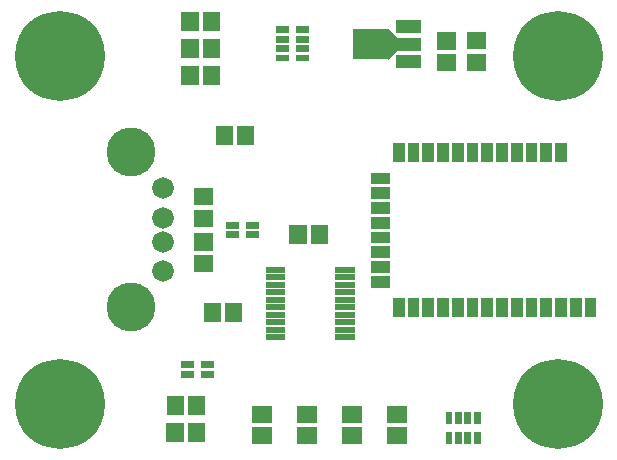
<source format=gbr>
G04 start of page 6 for group -4063 idx -4063 *
G04 Title: (unknown), componentmask *
G04 Creator: pcb 20140316 *
G04 CreationDate: Sun 30 Dec 2018 07:44:10 PM GMT UTC *
G04 For: railfan *
G04 Format: Gerber/RS-274X *
G04 PCB-Dimensions (mil): 2000.00 1500.00 *
G04 PCB-Coordinate-Origin: lower left *
%MOIN*%
%FSLAX25Y25*%
%LNTOPMASK*%
%ADD54C,0.0001*%
%ADD53R,0.1005X0.1005*%
%ADD52R,0.0438X0.0438*%
%ADD51R,0.0390X0.0390*%
%ADD50R,0.0190X0.0190*%
%ADD49R,0.0227X0.0227*%
%ADD48R,0.0572X0.0572*%
%ADD47C,0.0720*%
%ADD46C,0.1630*%
%ADD45C,0.2997*%
G54D45*X17000Y17000D03*
G54D46*X40700Y49200D03*
G54D47*X51400Y71100D03*
Y61300D03*
G54D45*X183000Y133000D03*
Y17000D03*
X17000Y133000D03*
G54D46*X40700Y100900D03*
G54D47*X51400Y79100D03*
Y88900D03*
G54D48*X64521Y79000D02*X65307D01*
X64521Y86086D02*X65307D01*
X64607Y71043D02*X65393D01*
X64607Y63957D02*X65393D01*
G54D49*X73717Y76575D02*X75587D01*
X73717Y73425D02*X75587D01*
X80413D02*X82283D01*
X80413Y76575D02*X82283D01*
G54D48*X67957Y47893D02*Y47107D01*
X75043Y47893D02*Y47107D01*
G54D49*X65413Y26925D02*X67283D01*
X65413Y30075D02*X67283D01*
X58717D02*X60587D01*
X58717Y26925D02*X60587D01*
X146776Y6587D02*Y4717D01*
X149925Y6587D02*Y4717D01*
X153075Y6587D02*Y4717D01*
X156224Y6587D02*Y4717D01*
Y13283D02*Y11413D01*
X153075Y13283D02*Y11413D01*
X149925Y13283D02*Y11413D01*
X146776Y13283D02*Y11413D01*
G54D48*X129107Y13543D02*X129893D01*
X114107D02*X114893D01*
X99107D02*X99893D01*
X84107D02*X84893D01*
X129107Y6457D02*X129893D01*
X114107D02*X114893D01*
X99107D02*X99893D01*
X84107D02*X84893D01*
X55457Y7893D02*Y7107D01*
X62543Y7893D02*Y7107D01*
X55500Y16893D02*Y16107D01*
X62586Y16893D02*Y16107D01*
X96457Y73893D02*Y73107D01*
X103543Y73893D02*Y73107D01*
G54D50*X109811Y39250D02*X114417D01*
X109811Y41750D02*X114417D01*
X109811Y44250D02*X114417D01*
X109811Y46750D02*X114417D01*
X109811Y49250D02*X114417D01*
X109811Y51750D02*X114417D01*
X109811Y54250D02*X114417D01*
X109811Y56750D02*X114417D01*
X109811Y59250D02*X114417D01*
X109811Y61750D02*X114417D01*
X86583D02*X91189D01*
X86583Y59250D02*X91189D01*
X86583Y56750D02*X91189D01*
X86583Y54250D02*X91189D01*
X86583Y51750D02*X91189D01*
X86583Y49250D02*X91189D01*
X86583Y46750D02*X91189D01*
X86583Y44250D02*X91189D01*
X86583Y41750D02*X91189D01*
X86583Y39250D02*X91189D01*
G54D51*X122752Y92224D02*X125150D01*
X122752Y87303D02*X125150D01*
X122752Y82382D02*X125150D01*
X122752Y77461D02*X125150D01*
X122752Y72539D02*X125150D01*
X122752Y67618D02*X125150D01*
X122752Y62697D02*X125150D01*
X122752Y57776D02*X125150D01*
X130012Y50402D02*Y48000D01*
X134933Y50402D02*Y48000D01*
X139854Y50402D02*Y48000D01*
X144776Y50402D02*Y48000D01*
X149697Y50402D02*Y48000D01*
X154618Y50402D02*Y48000D01*
X159539Y50402D02*Y48000D01*
X164461Y50402D02*Y48000D01*
X169382Y50402D02*Y48000D01*
X174303Y50402D02*Y48000D01*
X179224Y50402D02*Y48000D01*
X184146Y50402D02*Y48000D01*
X189067Y50402D02*Y48000D01*
X193988Y50402D02*Y48000D01*
G54D48*X155521Y138086D02*X156307D01*
X155521Y131000D02*X156307D01*
X145607Y138043D02*X146393D01*
X145607Y130957D02*X146393D01*
G54D52*X131311Y131094D02*X135405D01*
X123595Y137000D02*X135405D01*
G54D53*X119971D02*X121861D01*
G54D54*G36*
X124742Y133695D02*X128006Y136959D01*
X129850Y135115D01*
X126586Y131851D01*
X124742Y133695D01*
G37*
G36*
X126586Y142149D02*X129850Y138885D01*
X128006Y137041D01*
X124742Y140305D01*
X126586Y142149D01*
G37*
G54D52*X131311Y142906D02*X135405D01*
G54D48*X71957Y106893D02*Y106107D01*
X79043Y106893D02*Y106107D01*
G54D49*X90369Y141799D02*X92239D01*
X90369Y138650D02*X92239D01*
X90369Y135500D02*X92239D01*
X90369Y132351D02*X92239D01*
X97065D02*X98935D01*
X97065Y135500D02*X98935D01*
X97065Y138650D02*X98935D01*
X97065Y141799D02*X98935D01*
G54D48*X60457Y135893D02*Y135107D01*
Y126893D02*Y126107D01*
Y144893D02*Y144107D01*
X67543Y135893D02*Y135107D01*
Y126893D02*Y126107D01*
Y144893D02*Y144107D01*
G54D51*X184146Y102000D02*Y99598D01*
X179224Y102000D02*Y99598D01*
X174303Y102000D02*Y99598D01*
X169382Y102000D02*Y99598D01*
X164461Y102000D02*Y99598D01*
X159539Y102000D02*Y99598D01*
X154618Y102000D02*Y99598D01*
X149697Y102000D02*Y99598D01*
X144776Y102000D02*Y99598D01*
X139854Y102000D02*Y99598D01*
X134933Y102000D02*Y99598D01*
X130012Y102000D02*Y99598D01*
M02*

</source>
